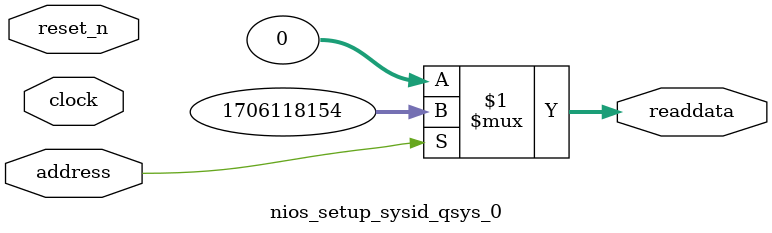
<source format=v>



// synthesis translate_off
`timescale 1ns / 1ps
// synthesis translate_on

// turn off superfluous verilog processor warnings 
// altera message_level Level1 
// altera message_off 10034 10035 10036 10037 10230 10240 10030 

module nios_setup_sysid_qsys_0 (
               // inputs:
                address,
                clock,
                reset_n,

               // outputs:
                readdata
             )
;

  output  [ 31: 0] readdata;
  input            address;
  input            clock;
  input            reset_n;

  wire    [ 31: 0] readdata;
  //control_slave, which is an e_avalon_slave
  assign readdata = address ? 1706118154 : 0;

endmodule



</source>
